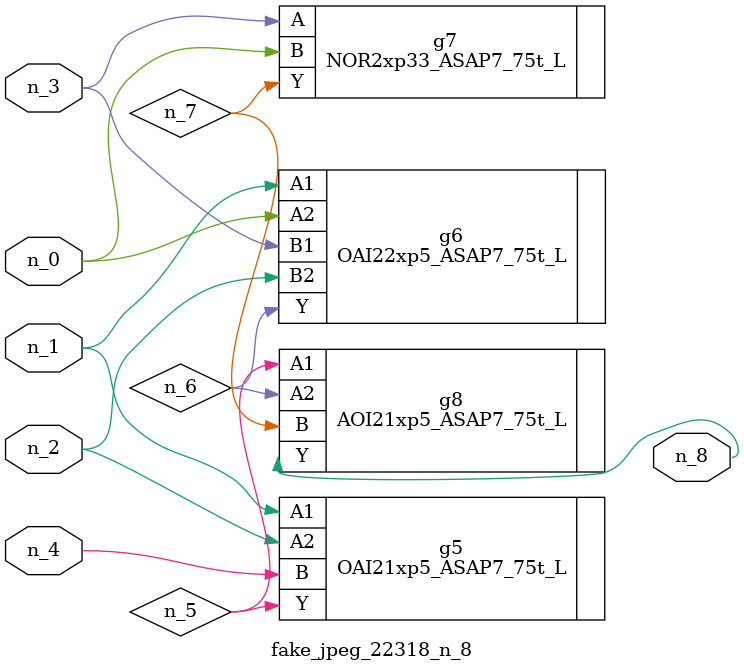
<source format=v>
module fake_jpeg_22318_n_8 (n_3, n_2, n_1, n_0, n_4, n_8);

input n_3;
input n_2;
input n_1;
input n_0;
input n_4;

output n_8;

wire n_6;
wire n_5;
wire n_7;

OAI21xp5_ASAP7_75t_L g5 ( 
.A1(n_1),
.A2(n_2),
.B(n_4),
.Y(n_5)
);

OAI22xp5_ASAP7_75t_L g6 ( 
.A1(n_1),
.A2(n_0),
.B1(n_3),
.B2(n_2),
.Y(n_6)
);

NOR2xp33_ASAP7_75t_L g7 ( 
.A(n_3),
.B(n_0),
.Y(n_7)
);

AOI21xp5_ASAP7_75t_L g8 ( 
.A1(n_5),
.A2(n_6),
.B(n_7),
.Y(n_8)
);


endmodule
</source>
